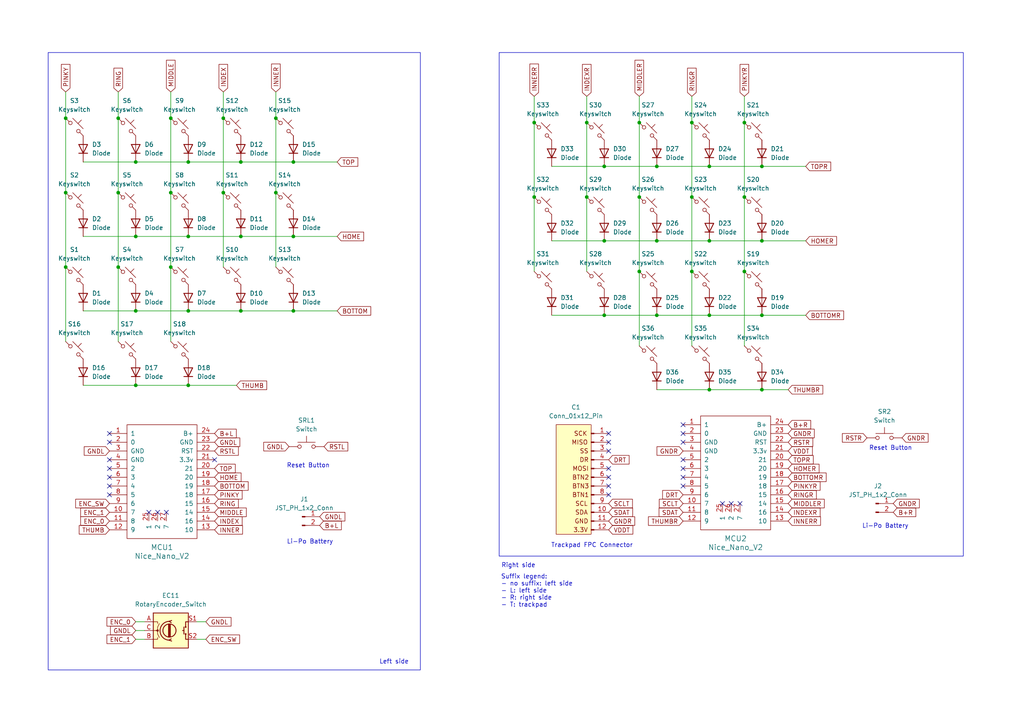
<source format=kicad_sch>
(kicad_sch (version 20250114) (generator "eeschema") (generator_version "9.0")
  (paper "A4")
  (lib_symbols
    (symbol "Connector:Conn_01x02_Pin" (pin_names (offset 1.016) (hide yes))
      (property "Reference" "J" (at 0 2.54 0))
      (property "Value" "Conn_01x02_Pin" (at 0 -5.08 0))
      (symbol "Conn_01x02_Pin_1_1"
        (pin passive line (at 5.08 0 180) (length 3.81) (name "Pin_1") (number "1"))
        (pin passive line (at 5.08 -2.54 180) (length 3.81) (name "Pin_2") (number "2"))
      )
    )
    (symbol "Device:RotaryEncoder_Switch" (pin_names (offset 0.254) (hide yes))
      (property "Reference" "SW" (at 0 6.604 0))
      (property "Value" "RotaryEncoder_Switch" (at 0 -6.604 0))
      (symbol "RotaryEncoder_Switch_1_1"
        (pin passive line (at -7.62 2.54 0) (length 2.54) (name "A") (number "A"))
        (pin passive line (at -7.62 0 0) (length 2.54) (name "C") (number "C"))
        (pin passive line (at -7.62 -2.54 0) (length 2.54) (name "B") (number "B"))
        (pin passive line (at 7.62 2.54 180) (length 2.54) (name "S1") (number "S1"))
        (pin passive line (at 7.62 -2.54 180) (length 2.54) (name "S2") (number "S2"))
      )
    )
    (symbol "ScottoKeebs:MCU_Nice_Nano_V2" (pin_names (offset 1.016))
      (property "Reference" "U" (at 0 0 0))
      (property "Value" "Nice_Nano_V2" (at 0 -19.05 0))
      (symbol "MCU_Nice_Nano_V2_1_1"
        (pin input line (at -15.24 13.97 0) (length 5.08) (name "1") (number "1"))
        (pin input line (at -15.24 11.43 0) (length 5.08) (name "0") (number "2"))
        (pin input line (at -15.24 8.89 0) (length 5.08) (name "GND") (number "3"))
        (pin input line (at -15.24 6.35 0) (length 5.08) (name "GND") (number "4"))
        (pin input line (at -15.24 3.81 0) (length 5.08) (name "2") (number "5"))
        (pin input line (at -15.24 1.27 0) (length 5.08) (name "3") (number "6"))
        (pin input line (at -15.24 -1.27 0) (length 5.08) (name "4") (number "7"))
        (pin input line (at -15.24 -3.81 0) (length 5.08) (name "5") (number "8"))
        (pin input line (at -15.24 -6.35 0) (length 5.08) (name "6") (number "9"))
        (pin input line (at -15.24 -8.89 0) (length 5.08) (name "7") (number "10"))
        (pin input line (at -15.24 -11.43 0) (length 5.08) (name "8") (number "11"))
        (pin input line (at -15.24 -13.97 0) (length 5.08) (name "9") (number "12"))
        (pin input line (at -3.81 -8.89 270) (length 2.5) (name "1") (number "25"))
        (pin input line (at -1.27 -8.89 270) (length 2.5) (name "2") (number "26"))
        (pin input line (at 1.27 -8.89 270) (length 2.5) (name "7") (number "27"))
        (pin input line (at 15.24 13.97 180) (length 5.08) (name "B+") (number "24"))
        (pin input line (at 15.24 11.43 180) (length 5.08) (name "GND") (number "23"))
        (pin input line (at 15.24 8.89 180) (length 5.08) (name "RST") (number "22"))
        (pin input line (at 15.24 6.35 180) (length 5.08) (name "3.3v") (number "21"))
        (pin input line (at 15.24 3.81 180) (length 5.08) (name "21") (number "20"))
        (pin input line (at 15.24 1.27 180) (length 5.08) (name "20") (number "19"))
        (pin input line (at 15.24 -1.27 180) (length 5.08) (name "19") (number "18"))
        (pin input line (at 15.24 -3.81 180) (length 5.08) (name "18") (number "17"))
        (pin input line (at 15.24 -6.35 180) (length 5.08) (name "15") (number "16"))
        (pin input line (at 15.24 -8.89 180) (length 5.08) (name "14") (number "15"))
        (pin input line (at 15.24 -11.43 180) (length 5.08) (name "16") (number "14"))
        (pin input line (at 15.24 -13.97 180) (length 5.08) (name "10") (number "13"))
      )
    )
    (symbol "ScottoKeebs:Placeholder_Diode" (pin_numbers (hide yes)) (pin_names (hide yes))
      (property "Reference" "D" (at 0 2.54 0))
      (property "Value" "Diode" (at 0 -2.54 0))
      (symbol "Placeholder_Diode_1_1"
        (pin passive line (at -3.81 0 0) (length 2.54) (name "K") (number "1"))
        (pin passive line (at 3.81 0 180) (length 2.54) (name "A") (number "2"))
      )
    )
    (symbol "ScottoKeebs:Placeholder_Keyswitch" (pin_numbers (hide yes)) (pin_names (offset 1.016) (hide yes))
      (property "Reference" "S" (at 3.048 1.016 0))
      (property "Value" "Keyswitch" (at 0 -3.81 0))
      (symbol "Placeholder_Keyswitch_0_1"
        (pin passive line (at -2.54 2.54 0) (length 0) (name "1") (number "1"))
        (pin passive line (at 2.54 -2.54 180) (length 0) (name "2") (number "2"))
      )
    )
    (symbol "ScottoKeebs:Placeholder_Switch" (pin_numbers (hide yes)) (pin_names (offset 1.016) (hide yes))
      (property "Reference" "SW" (at 1.27 2.54 0))
      (property "Value" "Switch" (at 0 -1.524 0))
      (symbol "Placeholder_Switch_0_1"
        (pin passive line (at -5.08 0 0) (length 2.54) (name "1") (number "1"))
        (pin passive line (at 5.08 0 180) (length 2.54) (name "2") (number "2"))
      )
    )
    (symbol "custom:Conn_01x12_Pin_1" (pin_names (offset 1.016) (hide yes))
      (property "Reference" "C1" (at -4.4069 20.32 0))
      (property "Value" "Conn_01x12_Pin" (at -4.4069 17.78 0))
      (symbol "Conn_01x12_Pin_1_1_1"
        (text "MISO\n" (at -3.302 10.16 0) (effects (font (size 1.27 1.27))))
        (text "SCK\n" (at -3.048 12.7 0) (effects (font (size 1.27 1.27))))
        (text "MOSI" (at -3.048 2.54 0) (effects (font (size 1.27 1.27))))
        (text "BTN2" (at -3.048 0 0) (effects (font (size 1.27 1.27))))
        (text "BTN3\n" (at -3.048 -2.54 0) (effects (font (size 1.27 1.27))))
        (text "BTN1\n" (at -3.048 -5.08 0) (effects (font (size 1.27 1.27))))
        (text "3.3V" (at -3.048 -15.24 0) (effects (font (size 1.27 1.27))))
        (text "SCL\n" (at -2.794 -7.62 0) (effects (font (size 1.27 1.27))))
        (text "SDA" (at -2.794 -10.16 0) (effects (font (size 1.27 1.27))))
        (text "GND\n" (at -2.794 -12.7 0) (effects (font (size 1.27 1.27))))
        (text "SS" (at -2.032 7.62 0) (effects (font (size 1.27 1.27))))
        (text "DR\n" (at -2.032 5.08 0) (effects (font (size 1.27 1.27))))
        (pin passive line (at 5.08 12.7 180) (length 3.81) (name "Pin_1") (number "1"))
        (pin passive line (at 5.08 10.16 180) (length 3.81) (name "Pin_2") (number "2"))
        (pin passive line (at 5.08 7.62 180) (length 3.81) (name "Pin_3") (number "3"))
        (pin passive line (at 5.08 5.08 180) (length 3.81) (name "Pin_4") (number "4"))
        (pin passive line (at 5.08 2.54 180) (length 3.81) (name "Pin_5") (number "5"))
        (pin passive line (at 5.08 0 180) (length 3.81) (name "Pin_6") (number "6"))
        (pin passive line (at 5.08 -2.54 180) (length 3.81) (name "Pin_7") (number "7"))
        (pin passive line (at 5.08 -5.08 180) (length 3.81) (name "Pin_8") (number "8"))
        (pin passive line (at 5.08 -7.62 180) (length 3.81) (name "Pin_9") (number "9"))
        (pin passive line (at 5.08 -10.16 180) (length 3.81) (name "Pin_10") (number "10"))
        (pin passive line (at 5.08 -12.7 180) (length 3.81) (name "Pin_11") (number "11"))
        (pin passive line (at 5.08 -15.24 180) (length 3.81) (name "Pin_12") (number "12"))
      )
    )
  )
  (rectangle (start 144.78 15.24) (end 279.4 161.29))
  (rectangle (start 13.97 15.24) (end 121.92 194.31))
  (text "Right side\n" (at 150.368 164.084 0) (effects (font (size 1.27 1.27))))
  (text "Reset Button\n" (at 258.318 130.048 0) (effects (font (size 1.27 1.27))))
  (text "Li-Po Battery\n" (at 256.794 152.654 0) (effects (font (size 1.27 1.27))))
  (text "Left side" (at 114.3 192.024 0) (effects (font (size 1.27 1.27))))
  (text "Reset Button\n" (at 89.408 135.128 0) (effects (font (size 1.27 1.27))))
  (text "Trackpad FPC Connector\n" (at 171.704 158.242 0) (effects (font (size 1.27 1.27))))
  (text "Suffix legend:\n- no suffix: left side\n- L: left side\n- R: right side\n- T: trackpad\n" (at 145.288 171.45 0) (effects (font (size 1.27 1.27)) (justify left)))
  (text "Li-Po Battery\n" (at 89.916 157.226 0) (effects (font (size 1.27 1.27))))
  (junction (at 175.26 91.44))
  (junction (at 170.18 57.15))
  (junction (at 154.94 35.56))
  (junction (at 54.61 46.99))
  (junction (at 34.29 34.29))
  (junction (at 154.94 57.15))
  (junction (at 54.61 111.76))
  (junction (at 69.85 46.99))
  (junction (at 85.09 46.99))
  (junction (at 49.53 34.29))
  (junction (at 220.98 69.85))
  (junction (at 185.42 78.74))
  (junction (at 205.74 91.44))
  (junction (at 39.37 90.17))
  (junction (at 19.05 77.47))
  (junction (at 190.5 48.26))
  (junction (at 170.18 35.56))
  (junction (at 190.5 69.85))
  (junction (at 185.42 35.56))
  (junction (at 185.42 57.15))
  (junction (at 19.05 34.29))
  (junction (at 64.77 34.29))
  (junction (at 205.74 69.85))
  (junction (at 85.09 68.58))
  (junction (at 39.37 111.76))
  (junction (at 80.01 55.88))
  (junction (at 39.37 46.99))
  (junction (at 49.53 77.47))
  (junction (at 200.66 57.15))
  (junction (at 69.85 68.58))
  (junction (at 220.98 48.26))
  (junction (at 215.9 57.15))
  (junction (at 19.05 55.88))
  (junction (at 175.26 69.85))
  (junction (at 85.09 90.17))
  (junction (at 190.5 91.44))
  (junction (at 34.29 77.47))
  (junction (at 175.26 48.26))
  (junction (at 64.77 55.88))
  (junction (at 215.9 78.74))
  (junction (at 69.85 90.17))
  (junction (at 200.66 35.56))
  (junction (at 39.37 68.58))
  (junction (at 215.9 35.56))
  (junction (at 205.74 113.03))
  (junction (at 54.61 90.17))
  (junction (at 80.01 34.29))
  (junction (at 200.66 78.74))
  (junction (at 205.74 48.26))
  (junction (at 34.29 55.88))
  (junction (at 49.53 55.88))
  (junction (at 220.98 113.03))
  (junction (at 54.61 68.58))
  (junction (at 220.98 91.44))
  (no_connect (at 176.53 130.81))
  (no_connect (at 176.53 138.43))
  (no_connect (at 214.63 146.05))
  (no_connect (at 31.75 133.35))
  (no_connect (at 212.09 146.05))
  (no_connect (at 176.53 125.73))
  (no_connect (at 62.23 133.35))
  (no_connect (at 198.12 140.97))
  (no_connect (at 176.53 140.97))
  (no_connect (at 209.55 146.05))
  (no_connect (at 31.75 143.51))
  (no_connect (at 198.12 128.27))
  (no_connect (at 176.53 135.89))
  (no_connect (at 45.72 148.59))
  (no_connect (at 31.75 125.73))
  (no_connect (at 43.18 148.59))
  (no_connect (at 198.12 125.73))
  (no_connect (at 31.75 135.89))
  (no_connect (at 31.75 138.43))
  (no_connect (at 198.12 135.89))
  (no_connect (at 198.12 133.35))
  (no_connect (at 31.75 140.97))
  (no_connect (at 198.12 138.43))
  (no_connect (at 176.53 143.51))
  (no_connect (at 48.26 148.59))
  (no_connect (at 198.12 123.19))
  (no_connect (at 31.75 128.27))
  (no_connect (at 176.53 128.27))
  (wire (pts (xy 154.94 57.15) (xy 154.94 78.74)))
  (wire (pts (xy 54.61 46.99) (xy 69.85 46.99)))
  (wire (pts (xy 49.53 77.47) (xy 49.53 99.06)))
  (wire (pts (xy 185.42 57.15) (xy 185.42 78.74)))
  (wire (pts (xy 24.13 46.99) (xy 39.37 46.99)))
  (wire (pts (xy 170.18 27.94) (xy 170.18 35.56)))
  (wire (pts (xy 215.9 27.94) (xy 215.9 35.56)))
  (wire (pts (xy 80.01 26.67) (xy 80.01 34.29)))
  (wire (pts (xy 34.29 26.67) (xy 34.29 34.29)))
  (wire (pts (xy 39.37 185.42) (xy 41.91 185.42)))
  (wire (pts (xy 69.85 46.99) (xy 85.09 46.99)))
  (wire (pts (xy 24.13 111.76) (xy 39.37 111.76)))
  (wire (pts (xy 185.42 27.94) (xy 185.42 35.56)))
  (wire (pts (xy 24.13 68.58) (xy 39.37 68.58)))
  (wire (pts (xy 19.05 55.88) (xy 19.05 77.47)))
  (wire (pts (xy 154.94 35.56) (xy 154.94 57.15)))
  (wire (pts (xy 24.13 90.17) (xy 39.37 90.17)))
  (wire (pts (xy 54.61 90.17) (xy 69.85 90.17)))
  (wire (pts (xy 97.79 46.99) (xy 85.09 46.99)))
  (wire (pts (xy 205.74 48.26) (xy 220.98 48.26)))
  (wire (pts (xy 39.37 68.58) (xy 54.61 68.58)))
  (wire (pts (xy 220.98 69.85) (xy 233.68 69.85)))
  (wire (pts (xy 68.58 111.76) (xy 54.61 111.76)))
  (wire (pts (xy 190.5 113.03) (xy 205.74 113.03)))
  (wire (pts (xy 220.98 91.44) (xy 233.68 91.44)))
  (wire (pts (xy 185.42 35.56) (xy 185.42 57.15)))
  (wire (pts (xy 54.61 68.58) (xy 69.85 68.58)))
  (wire (pts (xy 49.53 34.29) (xy 49.53 55.88)))
  (wire (pts (xy 19.05 26.67) (xy 19.05 34.29)))
  (wire (pts (xy 97.79 68.58) (xy 85.09 68.58)))
  (wire (pts (xy 80.01 55.88) (xy 80.01 77.47)))
  (wire (pts (xy 34.29 77.47) (xy 34.29 99.06)))
  (wire (pts (xy 205.74 113.03) (xy 220.98 113.03)))
  (wire (pts (xy 215.9 35.56) (xy 215.9 57.15)))
  (wire (pts (xy 190.5 48.26) (xy 205.74 48.26)))
  (wire (pts (xy 220.98 113.03) (xy 228.6 113.03)))
  (wire (pts (xy 160.02 69.85) (xy 175.26 69.85)))
  (wire (pts (xy 154.94 27.94) (xy 154.94 35.56)))
  (wire (pts (xy 64.77 26.67) (xy 64.77 34.29)))
  (wire (pts (xy 59.69 185.42) (xy 57.15 185.42)))
  (wire (pts (xy 185.42 78.74) (xy 185.42 100.33)))
  (wire (pts (xy 175.26 69.85) (xy 190.5 69.85)))
  (wire (pts (xy 190.5 91.44) (xy 205.74 91.44)))
  (wire (pts (xy 69.85 90.17) (xy 85.09 90.17)))
  (wire (pts (xy 175.26 48.26) (xy 190.5 48.26)))
  (wire (pts (xy 64.77 55.88) (xy 64.77 77.47)))
  (wire (pts (xy 69.85 68.58) (xy 85.09 68.58)))
  (wire (pts (xy 34.29 55.88) (xy 34.29 77.47)))
  (wire (pts (xy 170.18 57.15) (xy 170.18 78.74)))
  (wire (pts (xy 39.37 182.88) (xy 41.91 182.88)))
  (wire (pts (xy 200.66 35.56) (xy 200.66 57.15)))
  (wire (pts (xy 200.66 78.74) (xy 200.66 100.33)))
  (wire (pts (xy 39.37 90.17) (xy 54.61 90.17)))
  (wire (pts (xy 85.09 90.17) (xy 97.79 90.17)))
  (wire (pts (xy 19.05 34.29) (xy 19.05 55.88)))
  (wire (pts (xy 49.53 55.88) (xy 49.53 77.47)))
  (wire (pts (xy 80.01 34.29) (xy 80.01 55.88)))
  (wire (pts (xy 39.37 46.99) (xy 54.61 46.99)))
  (wire (pts (xy 39.37 180.34) (xy 41.91 180.34)))
  (wire (pts (xy 170.18 35.56) (xy 170.18 57.15)))
  (wire (pts (xy 39.37 111.76) (xy 54.61 111.76)))
  (wire (pts (xy 160.02 48.26) (xy 175.26 48.26)))
  (wire (pts (xy 59.69 180.34) (xy 57.15 180.34)))
  (wire (pts (xy 205.74 69.85) (xy 220.98 69.85)))
  (wire (pts (xy 190.5 69.85) (xy 205.74 69.85)))
  (wire (pts (xy 175.26 91.44) (xy 190.5 91.44)))
  (wire (pts (xy 49.53 26.67) (xy 49.53 34.29)))
  (wire (pts (xy 34.29 34.29) (xy 34.29 55.88)))
  (wire (pts (xy 200.66 57.15) (xy 200.66 78.74)))
  (wire (pts (xy 220.98 48.26) (xy 233.68 48.26)))
  (wire (pts (xy 160.02 91.44) (xy 175.26 91.44)))
  (wire (pts (xy 200.66 27.94) (xy 200.66 35.56)))
  (wire (pts (xy 215.9 78.74) (xy 215.9 100.33)))
  (wire (pts (xy 205.74 91.44) (xy 220.98 91.44)))
  (wire (pts (xy 19.05 77.47) (xy 19.05 99.06)))
  (wire (pts (xy 64.77 34.29) (xy 64.77 55.88)))
  (wire (pts (xy 215.9 57.15) (xy 215.9 78.74)))
  (global_label "INNERR" (shape input) (at 154.94 27.94 90) (property "Intersheetrefs" "${INTERSHEET_REFS}" (effects (hide yes))))
  (global_label "SDAT" (shape input) (at 176.53 148.59 0) (property "Intersheetrefs" "${INTERSHEET_REFS}" (effects (hide yes))))
  (global_label "GNDL" (shape input) (at 83.82 129.54 180) (property "Intersheetrefs" "${INTERSHEET_REFS}" (effects (hide yes))))
  (global_label "SCLT" (shape input) (at 176.53 146.05 0) (property "Intersheetrefs" "${INTERSHEET_REFS}" (effects (hide yes))))
  (global_label "MIDDLE" (shape input) (at 62.23 148.59 0) (property "Intersheetrefs" "${INTERSHEET_REFS}" (effects (hide yes))))
  (global_label "GNDL" (shape input) (at 39.37 182.88 180) (property "Intersheetrefs" "${INTERSHEET_REFS}" (effects (hide yes))))
  (global_label "ENC_0" (shape input) (at 39.37 180.34 180) (property "Intersheetrefs" "${INTERSHEET_REFS}" (effects (hide yes))))
  (global_label "VDDT" (shape input) (at 176.53 153.67 0) (property "Intersheetrefs" "${INTERSHEET_REFS}" (effects (hide yes))))
  (global_label "GNDL" (shape input) (at 62.23 128.27 0) (property "Intersheetrefs" "${INTERSHEET_REFS}" (effects (hide yes))))
  (global_label "TOP" (shape input) (at 62.23 135.89 0) (property "Intersheetrefs" "${INTERSHEET_REFS}" (effects (hide yes))))
  (global_label "INNER" (shape input) (at 80.01 26.67 90) (property "Intersheetrefs" "${INTERSHEET_REFS}" (effects (hide yes))))
  (global_label "PINKY" (shape input) (at 19.05 26.67 90) (property "Intersheetrefs" "${INTERSHEET_REFS}" (effects (hide yes))))
  (global_label "GNDL" (shape input) (at 31.75 130.81 180) (property "Intersheetrefs" "${INTERSHEET_REFS}" (effects (hide yes))))
  (global_label "TOPR" (shape input) (at 233.68 48.26 0) (property "Intersheetrefs" "${INTERSHEET_REFS}" (effects (hide yes))))
  (global_label "INDEXR" (shape input) (at 170.18 27.94 90) (property "Intersheetrefs" "${INTERSHEET_REFS}" (effects (hide yes))))
  (global_label "HOME" (shape input) (at 97.79 68.58 0) (property "Intersheetrefs" "${INTERSHEET_REFS}" (effects (hide yes))))
  (global_label "RING" (shape input) (at 34.29 26.67 90) (property "Intersheetrefs" "${INTERSHEET_REFS}" (effects (hide yes))))
  (global_label "HOME" (shape input) (at 62.23 138.43 0) (property "Intersheetrefs" "${INTERSHEET_REFS}" (effects (hide yes))))
  (global_label "RSTL" (shape input) (at 93.98 129.54 0) (property "Intersheetrefs" "${INTERSHEET_REFS}" (effects (hide yes))))
  (global_label "RSTR" (shape input) (at 228.6 128.27 0) (property "Intersheetrefs" "${INTERSHEET_REFS}" (effects (hide yes))))
  (global_label "SCLT" (shape input) (at 198.12 146.05 180) (property "Intersheetrefs" "${INTERSHEET_REFS}" (effects (hide yes))))
  (global_label "HOMER" (shape input) (at 228.6 135.89 0) (property "Intersheetrefs" "${INTERSHEET_REFS}" (effects (hide yes))))
  (global_label "ENC_SW" (shape input) (at 59.69 185.42 0) (property "Intersheetrefs" "${INTERSHEET_REFS}" (effects (hide yes))))
  (global_label "INNER" (shape input) (at 62.23 153.67 0) (property "Intersheetrefs" "${INTERSHEET_REFS}" (effects (hide yes))))
  (global_label "RSTR" (shape input) (at 251.46 127 180) (property "Intersheetrefs" "${INTERSHEET_REFS}" (effects (hide yes))))
  (global_label "B+R" (shape input) (at 259.08 148.59 0) (property "Intersheetrefs" "${INTERSHEET_REFS}" (effects (hide yes))))
  (global_label "ENC_0" (shape input) (at 31.75 151.13 180) (property "Intersheetrefs" "${INTERSHEET_REFS}" (effects (hide yes))))
  (global_label "GNDR" (shape input) (at 261.62 127 0) (property "Intersheetrefs" "${INTERSHEET_REFS}" (effects (hide yes))))
  (global_label "BOTTOMR" (shape input) (at 228.6 138.43 0) (property "Intersheetrefs" "${INTERSHEET_REFS}" (effects (hide yes))))
  (global_label "VDDT" (shape input) (at 228.6 130.81 0) (property "Intersheetrefs" "${INTERSHEET_REFS}" (effects (hide yes))))
  (global_label "PINKYR" (shape input) (at 228.6 140.97 0) (property "Intersheetrefs" "${INTERSHEET_REFS}" (effects (hide yes))))
  (global_label "BOTTOM" (shape input) (at 97.79 90.17 0) (property "Intersheetrefs" "${INTERSHEET_REFS}" (effects (hide yes))))
  (global_label "RINGR" (shape input) (at 228.6 143.51 0) (property "Intersheetrefs" "${INTERSHEET_REFS}" (effects (hide yes))))
  (global_label "TOPR" (shape input) (at 228.6 133.35 0) (property "Intersheetrefs" "${INTERSHEET_REFS}" (effects (hide yes))))
  (global_label "HOMER" (shape input) (at 233.68 69.85 0) (property "Intersheetrefs" "${INTERSHEET_REFS}" (effects (hide yes))))
  (global_label "DRT" (shape input) (at 198.12 143.51 180) (property "Intersheetrefs" "${INTERSHEET_REFS}" (effects (hide yes))))
  (global_label "PINKYR" (shape input) (at 215.9 27.94 90) (property "Intersheetrefs" "${INTERSHEET_REFS}" (effects (hide yes))))
  (global_label "B+R" (shape input) (at 228.6 123.19 0) (property "Intersheetrefs" "${INTERSHEET_REFS}" (effects (hide yes))))
  (global_label "THUMBR" (shape input) (at 198.12 151.13 180) (property "Intersheetrefs" "${INTERSHEET_REFS}" (effects (hide yes))))
  (global_label "GNDR" (shape input) (at 228.6 125.73 0) (property "Intersheetrefs" "${INTERSHEET_REFS}" (effects (hide yes))))
  (global_label "THUMB" (shape input) (at 68.58 111.76 0) (property "Intersheetrefs" "${INTERSHEET_REFS}" (effects (hide yes))))
  (global_label "BOTTOM" (shape input) (at 62.23 140.97 0) (property "Intersheetrefs" "${INTERSHEET_REFS}" (effects (hide yes))))
  (global_label "B+L" (shape input) (at 92.71 152.4 0) (property "Intersheetrefs" "${INTERSHEET_REFS}" (effects (hide yes))))
  (global_label "INDEXR" (shape input) (at 228.6 148.59 0) (property "Intersheetrefs" "${INTERSHEET_REFS}" (effects (hide yes))))
  (global_label "INDEX" (shape input) (at 62.23 151.13 0) (property "Intersheetrefs" "${INTERSHEET_REFS}" (effects (hide yes))))
  (global_label "ENC_1" (shape input) (at 31.75 148.59 180) (property "Intersheetrefs" "${INTERSHEET_REFS}" (effects (hide yes))))
  (global_label "PINKY" (shape input) (at 62.23 143.51 0) (property "Intersheetrefs" "${INTERSHEET_REFS}" (effects (hide yes))))
  (global_label "GNDL" (shape input) (at 59.69 180.34 0) (property "Intersheetrefs" "${INTERSHEET_REFS}" (effects (hide yes))))
  (global_label "SDAT" (shape input) (at 198.12 148.59 180) (property "Intersheetrefs" "${INTERSHEET_REFS}" (effects (hide yes))))
  (global_label "TOP" (shape input) (at 97.79 46.99 0) (property "Intersheetrefs" "${INTERSHEET_REFS}" (effects (hide yes))))
  (global_label "INDEX" (shape input) (at 64.77 26.67 90) (property "Intersheetrefs" "${INTERSHEET_REFS}" (effects (hide yes))))
  (global_label "MIDDLER" (shape input) (at 228.6 146.05 0) (property "Intersheetrefs" "${INTERSHEET_REFS}" (effects (hide yes))))
  (global_label "GNDR" (shape input) (at 198.12 130.81 180) (property "Intersheetrefs" "${INTERSHEET_REFS}" (effects (hide yes))))
  (global_label "BOTTOMR" (shape input) (at 233.68 91.44 0) (property "Intersheetrefs" "${INTERSHEET_REFS}" (effects (hide yes))))
  (global_label "THUMBR" (shape input) (at 228.6 113.03 0) (property "Intersheetrefs" "${INTERSHEET_REFS}" (effects (hide yes))))
  (global_label "RSTL" (shape input) (at 62.23 130.81 0) (property "Intersheetrefs" "${INTERSHEET_REFS}" (effects (hide yes))))
  (global_label "THUMB" (shape input) (at 31.75 153.67 180) (property "Intersheetrefs" "${INTERSHEET_REFS}" (effects (hide yes))))
  (global_label "INNERR" (shape input) (at 228.6 151.13 0) (property "Intersheetrefs" "${INTERSHEET_REFS}" (effects (hide yes))))
  (global_label "RING" (shape input) (at 62.23 146.05 0) (property "Intersheetrefs" "${INTERSHEET_REFS}" (effects (hide yes))))
  (global_label "GNDR" (shape input) (at 176.53 151.13 0) (property "Intersheetrefs" "${INTERSHEET_REFS}" (effects (hide yes))))
  (global_label "MIDDLER" (shape input) (at 185.42 27.94 90) (property "Intersheetrefs" "${INTERSHEET_REFS}" (effects (hide yes))))
  (global_label "DRT" (shape input) (at 176.53 133.35 0) (property "Intersheetrefs" "${INTERSHEET_REFS}" (effects (hide yes))))
  (global_label "ENC_SW" (shape input) (at 31.75 146.05 180) (property "Intersheetrefs" "${INTERSHEET_REFS}" (effects (hide yes))))
  (global_label "MIDDLE" (shape input) (at 49.53 26.67 90) (property "Intersheetrefs" "${INTERSHEET_REFS}" (effects (hide yes))))
  (global_label "RINGR" (shape input) (at 200.66 27.94 90) (property "Intersheetrefs" "${INTERSHEET_REFS}" (effects (hide yes))))
  (global_label "B+L" (shape input) (at 62.23 125.73 0) (property "Intersheetrefs" "${INTERSHEET_REFS}" (effects (hide yes))))
  (global_label "GNDL" (shape input) (at 92.71 149.86 0) (property "Intersheetrefs" "${INTERSHEET_REFS}" (effects (hide yes))))
  (global_label "ENC_1" (shape input) (at 39.37 185.42 180) (property "Intersheetrefs" "${INTERSHEET_REFS}" (effects (hide yes))))
  (global_label "GNDR" (shape input) (at 259.08 146.05 0) (property "Intersheetrefs" "${INTERSHEET_REFS}" (effects (hide yes))))
  (symbol (lib_id "ScottoKeebs:Placeholder_Diode") (at 39.37 64.77 90) (unit 1)
    (property "Reference" "D5" (at 41.91 63.4999 90) (effects (justify right)))
    (property "Value" "Diode" (at 41.91 66.0399 90) (effects (justify right)))
    (property "Footprint" "ScottoKeebs_Components:Diode_SOD-123" (effects (hide yes)))
    (property "Description" "1N4148 (DO-35) or 1N4148W (SOD-123)" (effects (hide yes)))
    (property "Sim.Device" "D" (effects (hide yes)))
    (property "Sim.Pins" "1=K 2=A" (effects (hide yes)))
  )
  (symbol (lib_id "ScottoKeebs:Placeholder_Keyswitch") (at 187.96 59.69 0) (unit 1)
    (property "Reference" "S26" (at 187.96 52.07 0))
    (property "Value" "Keyswitch" (at 187.96 54.61 0))
    (property "Footprint" "ScottoKeebs_Choc:Choc_V1" (effects (hide yes)))
    (property "Description" "Push button switch, normally open, two pins, 45° tilted" (effects (hide yes)))
  )
  (symbol (lib_id "Device:RotaryEncoder_Switch") (at 49.53 182.88 0) (unit 1)
    (property "Reference" "EC11" (at 49.53 172.72 0))
    (property "Value" "RotaryEncoder_Switch" (at 49.53 175.26 0))
    (property "Footprint" "Rotary_Encoder:RotaryEncoder_Alps_EC11E-Switch_Vertical_H20mm" (effects (hide yes)))
    (property "Description" "Rotary encoder, dual channel, incremental quadrate outputs, with switch" (effects (hide yes)))
  )
  (symbol (lib_id "ScottoKeebs:Placeholder_Diode") (at 205.74 44.45 90) (unit 1)
    (property "Reference" "D24" (at 208.28 43.1799 90) (effects (justify right)))
    (property "Value" "Diode" (at 208.28 45.7199 90) (effects (justify right)))
    (property "Footprint" "ScottoKeebs_Components:Diode_SOD-123" (effects (hide yes)))
    (property "Description" "1N4148 (DO-35) or 1N4148W (SOD-123)" (effects (hide yes)))
    (property "Sim.Device" "D" (effects (hide yes)))
    (property "Sim.Pins" "1=K 2=A" (effects (hide yes)))
  )
  (symbol (lib_id "ScottoKeebs:Placeholder_Keyswitch") (at 67.31 80.01 0) (unit 1)
    (property "Reference" "S10" (at 67.31 72.39 0))
    (property "Value" "Keyswitch" (at 67.31 74.93 0))
    (property "Footprint" "ScottoKeebs_Choc:Choc_V1" (effects (hide yes)))
    (property "Description" "Push button switch, normally open, two pins, 45° tilted" (effects (hide yes)))
  )
  (symbol (lib_id "ScottoKeebs:Placeholder_Keyswitch") (at 203.2 81.28 0) (unit 1)
    (property "Reference" "S22" (at 203.2 73.66 0))
    (property "Value" "Keyswitch" (at 203.2 76.2 0))
    (property "Footprint" "ScottoKeebs_Choc:Choc_V1" (effects (hide yes)))
    (property "Description" "Push button switch, normally open, two pins, 45° tilted" (effects (hide yes)))
  )
  (symbol (lib_id "ScottoKeebs:Placeholder_Keyswitch") (at 21.59 80.01 0) (unit 1)
    (property "Reference" "S1" (at 21.59 72.39 0))
    (property "Value" "Keyswitch" (at 21.59 74.93 0))
    (property "Footprint" "ScottoKeebs_Choc:Choc_V1" (effects (hide yes)))
    (property "Description" "Push button switch, normally open, two pins, 45° tilted" (effects (hide yes)))
  )
  (symbol (lib_id "ScottoKeebs:Placeholder_Diode") (at 24.13 107.95 90) (unit 1)
    (property "Reference" "D16" (at 26.67 106.6799 90) (effects (justify right)))
    (property "Value" "Diode" (at 26.67 109.2199 90) (effects (justify right)))
    (property "Footprint" "ScottoKeebs_Components:Diode_SOD-123" (effects (hide yes)))
    (property "Description" "1N4148 (DO-35) or 1N4148W (SOD-123)" (effects (hide yes)))
    (property "Sim.Device" "D" (effects (hide yes)))
    (property "Sim.Pins" "1=K 2=A" (effects (hide yes)))
  )
  (symbol (lib_id "ScottoKeebs:Placeholder_Diode") (at 39.37 43.18 90) (unit 1)
    (property "Reference" "D6" (at 41.91 41.9099 90) (effects (justify right)))
    (property "Value" "Diode" (at 41.91 44.4499 90) (effects (justify right)))
    (property "Footprint" "ScottoKeebs_Components:Diode_SOD-123" (effects (hide yes)))
    (property "Description" "1N4148 (DO-35) or 1N4148W (SOD-123)" (effects (hide yes)))
    (property "Sim.Device" "D" (effects (hide yes)))
    (property "Sim.Pins" "1=K 2=A" (effects (hide yes)))
  )
  (symbol (lib_id "ScottoKeebs:Placeholder_Keyswitch") (at 187.96 38.1 0) (unit 1)
    (property "Reference" "S27" (at 187.96 30.48 0))
    (property "Value" "Keyswitch" (at 187.96 33.02 0))
    (property "Footprint" "ScottoKeebs_Choc:Choc_V1" (effects (hide yes)))
    (property "Description" "Push button switch, normally open, two pins, 45° tilted" (effects (hide yes)))
  )
  (symbol (lib_id "ScottoKeebs:Placeholder_Keyswitch") (at 52.07 36.83 0) (unit 1)
    (property "Reference" "S9" (at 52.07 29.21 0))
    (property "Value" "Keyswitch" (at 52.07 31.75 0))
    (property "Footprint" "ScottoKeebs_Choc:Choc_V1" (effects (hide yes)))
    (property "Description" "Push button switch, normally open, two pins, 45° tilted" (effects (hide yes)))
  )
  (symbol (lib_id "ScottoKeebs:MCU_Nice_Nano_V2") (at 46.99 139.7 0) (unit 1)
    (property "Reference" "MCU1" (at 46.99 158.75 0) (effects (font (size 1.524 1.524))))
    (property "Value" "Nice_Nano_V2" (at 46.99 161.29 0) (effects (font (size 1.524 1.524))))
    (property "Footprint" "ScottoKeebs_MCU:Nice_Nano_V2" (effects (hide yes)))
  )
  (symbol (lib_id "ScottoKeebs:Placeholder_Diode") (at 85.09 64.77 90) (unit 1)
    (property "Reference" "D14" (at 87.63 63.4999 90) (effects (justify right)))
    (property "Value" "Diode" (at 87.63 66.0399 90) (effects (justify right)))
    (property "Footprint" "ScottoKeebs_Components:Diode_SOD-123" (effects (hide yes)))
    (property "Description" "1N4148 (DO-35) or 1N4148W (SOD-123)" (effects (hide yes)))
    (property "Sim.Device" "D" (effects (hide yes)))
    (property "Sim.Pins" "1=K 2=A" (effects (hide yes)))
  )
  (symbol (lib_id "custom:Conn_01x12_Pin_1") (at 171.45 138.43 0) (unit 1)
    (property "Reference" "C1" (at 167.0431 118.11 0))
    (property "Value" "Conn_01x12_Pin" (at 167.0431 120.65 0))
    (property "Footprint" "Connector_FFC-FPC:Hirose_FH12-12S-0.5SH_1x12-1MP_P0.50mm_Horizontal" (effects (hide yes)))
    (property "Description" "FPC Connector 1x12 0.5SH" (effects (hide yes)))
  )
  (symbol (lib_id "ScottoKeebs:Placeholder_Diode") (at 69.85 64.77 90) (unit 1)
    (property "Reference" "D11" (at 72.39 63.4999 90) (effects (justify right)))
    (property "Value" "Diode" (at 72.39 66.0399 90) (effects (justify right)))
    (property "Footprint" "ScottoKeebs_Components:Diode_SOD-123" (effects (hide yes)))
    (property "Description" "1N4148 (DO-35) or 1N4148W (SOD-123)" (effects (hide yes)))
    (property "Sim.Device" "D" (effects (hide yes)))
    (property "Sim.Pins" "1=K 2=A" (effects (hide yes)))
  )
  (symbol (lib_id "ScottoKeebs:Placeholder_Diode") (at 85.09 43.18 90) (unit 1)
    (property "Reference" "D15" (at 87.63 41.9099 90) (effects (justify right)))
    (property "Value" "Diode" (at 87.63 44.4499 90) (effects (justify right)))
    (property "Footprint" "ScottoKeebs_Components:Diode_SOD-123" (effects (hide yes)))
    (property "Description" "1N4148 (DO-35) or 1N4148W (SOD-123)" (effects (hide yes)))
    (property "Sim.Device" "D" (effects (hide yes)))
    (property "Sim.Pins" "1=K 2=A" (effects (hide yes)))
  )
  (symbol (lib_id "ScottoKeebs:Placeholder_Diode") (at 54.61 107.95 90) (unit 1)
    (property "Reference" "D18" (at 57.15 106.6799 90) (effects (justify right)))
    (property "Value" "Diode" (at 57.15 109.2199 90) (effects (justify right)))
    (property "Footprint" "ScottoKeebs_Components:Diode_SOD-123" (effects (hide yes)))
    (property "Description" "1N4148 (DO-35) or 1N4148W (SOD-123)" (effects (hide yes)))
    (property "Sim.Device" "D" (effects (hide yes)))
    (property "Sim.Pins" "1=K 2=A" (effects (hide yes)))
  )
  (symbol (lib_id "ScottoKeebs:Placeholder_Keyswitch") (at 52.07 101.6 0) (unit 1)
    (property "Reference" "S18" (at 52.07 93.98 0))
    (property "Value" "Keyswitch" (at 52.07 96.52 0))
    (property "Footprint" "ScottoKeebs_Choc:Choc_V1" (effects (hide yes)))
    (property "Description" "Push button switch, normally open, two pins, 45° tilted" (effects (hide yes)))
  )
  (symbol (lib_id "ScottoKeebs:Placeholder_Keyswitch") (at 82.55 58.42 0) (unit 1)
    (property "Reference" "S14" (at 82.55 50.8 0))
    (property "Value" "Keyswitch" (at 82.55 53.34 0))
    (property "Footprint" "ScottoKeebs_Choc:Choc_V1" (effects (hide yes)))
    (property "Description" "Push button switch, normally open, two pins, 45° tilted" (effects (hide yes)))
  )
  (symbol (lib_id "ScottoKeebs:Placeholder_Diode") (at 85.09 86.36 90) (unit 1)
    (property "Reference" "D13" (at 87.63 85.0899 90) (effects (justify right)))
    (property "Value" "Diode" (at 87.63 87.6299 90) (effects (justify right)))
    (property "Footprint" "ScottoKeebs_Components:Diode_SOD-123" (effects (hide yes)))
    (property "Description" "1N4148 (DO-35) or 1N4148W (SOD-123)" (effects (hide yes)))
    (property "Sim.Device" "D" (effects (hide yes)))
    (property "Sim.Pins" "1=K 2=A" (effects (hide yes)))
  )
  (symbol (lib_id "ScottoKeebs:Placeholder_Diode") (at 24.13 86.36 90) (unit 1)
    (property "Reference" "D1" (at 26.67 85.0899 90) (effects (justify right)))
    (property "Value" "Diode" (at 26.67 87.6299 90) (effects (justify right)))
    (property "Footprint" "ScottoKeebs_Components:Diode_SOD-123" (effects (hide yes)))
    (property "Description" "1N4148 (DO-35) or 1N4148W (SOD-123)" (effects (hide yes)))
    (property "Sim.Device" "D" (effects (hide yes)))
    (property "Sim.Pins" "1=K 2=A" (effects (hide yes)))
  )
  (symbol (lib_id "ScottoKeebs:Placeholder_Diode") (at 175.26 87.63 90) (unit 1)
    (property "Reference" "D28" (at 177.8 86.3599 90) (effects (justify right)))
    (property "Value" "Diode" (at 177.8 88.8999 90) (effects (justify right)))
    (property "Footprint" "ScottoKeebs_Components:Diode_SOD-123" (effects (hide yes)))
    (property "Description" "1N4148 (DO-35) or 1N4148W (SOD-123)" (effects (hide yes)))
    (property "Sim.Device" "D" (effects (hide yes)))
    (property "Sim.Pins" "1=K 2=A" (effects (hide yes)))
  )
  (symbol (lib_id "ScottoKeebs:Placeholder_Keyswitch") (at 203.2 59.69 0) (unit 1)
    (property "Reference" "S23" (at 203.2 52.07 0))
    (property "Value" "Keyswitch" (at 203.2 54.61 0))
    (property "Footprint" "ScottoKeebs_Choc:Choc_V1" (effects (hide yes)))
    (property "Description" "Push button switch, normally open, two pins, 45° tilted" (effects (hide yes)))
  )
  (symbol (lib_id "ScottoKeebs:Placeholder_Keyswitch") (at 36.83 36.83 0) (unit 1)
    (property "Reference" "S6" (at 36.83 29.21 0))
    (property "Value" "Keyswitch" (at 36.83 31.75 0))
    (property "Footprint" "ScottoKeebs_Choc:Choc_V1" (effects (hide yes)))
    (property "Description" "Push button switch, normally open, two pins, 45° tilted" (effects (hide yes)))
  )
  (symbol (lib_id "ScottoKeebs:Placeholder_Keyswitch") (at 203.2 102.87 0) (unit 1)
    (property "Reference" "S35" (at 203.2 95.25 0))
    (property "Value" "Keyswitch" (at 203.2 97.79 0))
    (property "Footprint" "ScottoKeebs_Choc:Choc_V1" (effects (hide yes)))
    (property "Description" "Push button switch, normally open, two pins, 45° tilted" (effects (hide yes)))
  )
  (symbol (lib_id "ScottoKeebs:Placeholder_Diode") (at 69.85 86.36 90) (unit 1)
    (property "Reference" "D10" (at 72.39 85.0899 90) (effects (justify right)))
    (property "Value" "Diode" (at 72.39 87.6299 90) (effects (justify right)))
    (property "Footprint" "ScottoKeebs_Components:Diode_SOD-123" (effects (hide yes)))
    (property "Description" "1N4148 (DO-35) or 1N4148W (SOD-123)" (effects (hide yes)))
    (property "Sim.Device" "D" (effects (hide yes)))
    (property "Sim.Pins" "1=K 2=A" (effects (hide yes)))
  )
  (symbol (lib_id "ScottoKeebs:Placeholder_Keyswitch") (at 21.59 58.42 0) (unit 1)
    (property "Reference" "S2" (at 21.59 50.8 0))
    (property "Value" "Keyswitch" (at 21.59 53.34 0))
    (property "Footprint" "ScottoKeebs_Choc:Choc_V1" (effects (hide yes)))
    (property "Description" "Push button switch, normally open, two pins, 45° tilted" (effects (hide yes)))
  )
  (symbol (lib_id "ScottoKeebs:Placeholder_Switch") (at 256.54 127 0) (unit 1)
    (property "Reference" "SR2" (at 256.54 119.38 0))
    (property "Value" "Switch" (at 256.54 121.92 0))
    (property "Footprint" "Button_Switch_SMD:SW_SPST_CK_KMS2xxG" (effects (hide yes)))
    (property "Description" "Push button switch, generic, two pins" (effects (hide yes)))
  )
  (symbol (lib_id "ScottoKeebs:Placeholder_Keyswitch") (at 21.59 36.83 0) (unit 1)
    (property "Reference" "S3" (at 21.59 29.21 0))
    (property "Value" "Keyswitch" (at 21.59 31.75 0))
    (property "Footprint" "ScottoKeebs_Choc:Choc_V1" (effects (hide yes)))
    (property "Description" "Push button switch, normally open, two pins, 45° tilted" (effects (hide yes)))
  )
  (symbol (lib_id "ScottoKeebs:Placeholder_Diode") (at 160.02 44.45 90) (unit 1)
    (property "Reference" "D33" (at 162.56 43.1799 90) (effects (justify right)))
    (property "Value" "Diode" (at 162.56 45.7199 90) (effects (justify right)))
    (property "Footprint" "ScottoKeebs_Components:Diode_SOD-123" (effects (hide yes)))
    (property "Description" "1N4148 (DO-35) or 1N4148W (SOD-123)" (effects (hide yes)))
    (property "Sim.Device" "D" (effects (hide yes)))
    (property "Sim.Pins" "1=K 2=A" (effects (hide yes)))
  )
  (symbol (lib_id "ScottoKeebs:Placeholder_Diode") (at 205.74 109.22 90) (unit 1)
    (property "Reference" "D35" (at 208.28 107.9499 90) (effects (justify right)))
    (property "Value" "Diode" (at 208.28 110.4899 90) (effects (justify right)))
    (property "Footprint" "ScottoKeebs_Components:Diode_SOD-123" (effects (hide yes)))
    (property "Description" "1N4148 (DO-35) or 1N4148W (SOD-123)" (effects (hide yes)))
    (property "Sim.Device" "D" (effects (hide yes)))
    (property "Sim.Pins" "1=K 2=A" (effects (hide yes)))
  )
  (symbol (lib_id "ScottoKeebs:Placeholder_Diode") (at 190.5 87.63 90) (unit 1)
    (property "Reference" "D25" (at 193.04 86.3599 90) (effects (justify right)))
    (property "Value" "Diode" (at 193.04 88.8999 90) (effects (justify right)))
    (property "Footprint" "ScottoKeebs_Components:Diode_SOD-123" (effects (hide yes)))
    (property "Description" "1N4148 (DO-35) or 1N4148W (SOD-123)" (effects (hide yes)))
    (property "Sim.Device" "D" (effects (hide yes)))
    (property "Sim.Pins" "1=K 2=A" (effects (hide yes)))
  )
  (symbol (lib_id "ScottoKeebs:Placeholder_Diode") (at 205.74 66.04 90) (unit 1)
    (property "Reference" "D23" (at 208.28 64.7699 90) (effects (justify right)))
    (property "Value" "Diode" (at 208.28 67.3099 90) (effects (justify right)))
    (property "Footprint" "ScottoKeebs_Components:Diode_SOD-123" (effects (hide yes)))
    (property "Description" "1N4148 (DO-35) or 1N4148W (SOD-123)" (effects (hide yes)))
    (property "Sim.Device" "D" (effects (hide yes)))
    (property "Sim.Pins" "1=K 2=A" (effects (hide yes)))
  )
  (symbol (lib_id "ScottoKeebs:Placeholder_Switch") (at 88.9 129.54 0) (unit 1)
    (property "Reference" "SRL1" (at 88.9 121.92 0))
    (property "Value" "Switch" (at 88.9 124.46 0))
    (property "Footprint" "Button_Switch_SMD:SW_SPST_CK_KMS2xxG" (effects (hide yes)))
    (property "Description" "Push button switch, generic, two pins" (effects (hide yes)))
  )
  (symbol (lib_id "ScottoKeebs:Placeholder_Diode") (at 24.13 43.18 90) (unit 1)
    (property "Reference" "D3" (at 26.67 41.9099 90) (effects (justify right)))
    (property "Value" "Diode" (at 26.67 44.4499 90) (effects (justify right)))
    (property "Footprint" "ScottoKeebs_Components:Diode_SOD-123" (effects (hide yes)))
    (property "Description" "1N4148 (DO-35) or 1N4148W (SOD-123)" (effects (hide yes)))
    (property "Sim.Device" "D" (effects (hide yes)))
    (property "Sim.Pins" "1=K 2=A" (effects (hide yes)))
  )
  (symbol (lib_id "ScottoKeebs:Placeholder_Keyswitch") (at 157.48 38.1 0) (unit 1)
    (property "Reference" "S33" (at 157.48 30.48 0))
    (property "Value" "Keyswitch" (at 157.48 33.02 0))
    (property "Footprint" "ScottoKeebs_Choc:Choc_V1" (effects (hide yes)))
    (property "Description" "Push button switch, normally open, two pins, 45° tilted" (effects (hide yes)))
  )
  (symbol (lib_id "ScottoKeebs:Placeholder_Diode") (at 220.98 44.45 90) (unit 1)
    (property "Reference" "D21" (at 223.52 43.1799 90) (effects (justify right)))
    (property "Value" "Diode" (at 223.52 45.7199 90) (effects (justify right)))
    (property "Footprint" "ScottoKeebs_Components:Diode_SOD-123" (effects (hide yes)))
    (property "Description" "1N4148 (DO-35) or 1N4148W (SOD-123)" (effects (hide yes)))
    (property "Sim.Device" "D" (effects (hide yes)))
    (property "Sim.Pins" "1=K 2=A" (effects (hide yes)))
  )
  (symbol (lib_id "ScottoKeebs:Placeholder_Keyswitch") (at 36.83 58.42 0) (unit 1)
    (property "Reference" "S5" (at 36.83 50.8 0))
    (property "Value" "Keyswitch" (at 36.83 53.34 0))
    (property "Footprint" "ScottoKeebs_Choc:Choc_V1" (effects (hide yes)))
    (property "Description" "Push button switch, normally open, two pins, 45° tilted" (effects (hide yes)))
  )
  (symbol (lib_id "ScottoKeebs:Placeholder_Diode") (at 54.61 86.36 90) (unit 1)
    (property "Reference" "D7" (at 57.15 85.0899 90) (effects (justify right)))
    (property "Value" "Diode" (at 57.15 87.6299 90) (effects (justify right)))
    (property "Footprint" "ScottoKeebs_Components:Diode_SOD-123" (effects (hide yes)))
    (property "Description" "1N4148 (DO-35) or 1N4148W (SOD-123)" (effects (hide yes)))
    (property "Sim.Device" "D" (effects (hide yes)))
    (property "Sim.Pins" "1=K 2=A" (effects (hide yes)))
  )
  (symbol (lib_id "ScottoKeebs:Placeholder_Keyswitch") (at 157.48 59.69 0) (unit 1)
    (property "Reference" "S32" (at 157.48 52.07 0))
    (property "Value" "Keyswitch" (at 157.48 54.61 0))
    (property "Footprint" "ScottoKeebs_Choc:Choc_V1" (effects (hide yes)))
    (property "Description" "Push button switch, normally open, two pins, 45° tilted" (effects (hide yes)))
  )
  (symbol (lib_id "ScottoKeebs:Placeholder_Keyswitch") (at 218.44 59.69 0) (unit 1)
    (property "Reference" "S20" (at 218.44 52.07 0))
    (property "Value" "Keyswitch" (at 218.44 54.61 0))
    (property "Footprint" "ScottoKeebs_Choc:Choc_V1" (effects (hide yes)))
    (property "Description" "Push button switch, normally open, two pins, 45° tilted" (effects (hide yes)))
  )
  (symbol (lib_id "ScottoKeebs:Placeholder_Keyswitch") (at 203.2 38.1 0) (unit 1)
    (property "Reference" "S24" (at 203.2 30.48 0))
    (property "Value" "Keyswitch" (at 203.2 33.02 0))
    (property "Footprint" "ScottoKeebs_Choc:Choc_V1" (effects (hide yes)))
    (property "Description" "Push button switch, normally open, two pins, 45° tilted" (effects (hide yes)))
  )
  (symbol (lib_id "ScottoKeebs:Placeholder_Keyswitch") (at 36.83 101.6 0) (unit 1)
    (property "Reference" "S17" (at 36.83 93.98 0))
    (property "Value" "Keyswitch" (at 36.83 96.52 0))
    (property "Footprint" "ScottoKeebs_Choc:Choc_V1" (effects (hide yes)))
    (property "Description" "Push button switch, normally open, two pins, 45° tilted" (effects (hide yes)))
  )
  (symbol (lib_id "ScottoKeebs:Placeholder_Diode") (at 175.26 66.04 90) (unit 1)
    (property "Reference" "D29" (at 177.8 64.7699 90) (effects (justify right)))
    (property "Value" "Diode" (at 177.8 67.3099 90) (effects (justify right)))
    (property "Footprint" "ScottoKeebs_Components:Diode_SOD-123" (effects (hide yes)))
    (property "Description" "1N4148 (DO-35) or 1N4148W (SOD-123)" (effects (hide yes)))
    (property "Sim.Device" "D" (effects (hide yes)))
    (property "Sim.Pins" "1=K 2=A" (effects (hide yes)))
  )
  (symbol (lib_id "ScottoKeebs:Placeholder_Keyswitch") (at 21.59 101.6 0) (unit 1)
    (property "Reference" "S16" (at 21.59 93.98 0))
    (property "Value" "Keyswitch" (at 21.59 96.52 0))
    (property "Footprint" "ScottoKeebs_Choc:Choc_V1" (effects (hide yes)))
    (property "Description" "Push button switch, normally open, two pins, 45° tilted" (effects (hide yes)))
  )
  (symbol (lib_id "ScottoKeebs:Placeholder_Keyswitch") (at 218.44 38.1 0) (unit 1)
    (property "Reference" "S21" (at 218.44 30.48 0))
    (property "Value" "Keyswitch" (at 218.44 33.02 0))
    (property "Footprint" "ScottoKeebs_Choc:Choc_V1" (effects (hide yes)))
    (property "Description" "Push button switch, normally open, two pins, 45° tilted" (effects (hide yes)))
  )
  (symbol (lib_id "ScottoKeebs:Placeholder_Keyswitch") (at 172.72 81.28 0) (unit 1)
    (property "Reference" "S28" (at 172.72 73.66 0))
    (property "Value" "Keyswitch" (at 172.72 76.2 0))
    (property "Footprint" "ScottoKeebs_Choc:Choc_V1" (effects (hide yes)))
    (property "Description" "Push button switch, normally open, two pins, 45° tilted" (effects (hide yes)))
  )
  (symbol (lib_id "ScottoKeebs:Placeholder_Keyswitch") (at 82.55 80.01 0) (unit 1)
    (property "Reference" "S13" (at 82.55 72.39 0))
    (property "Value" "Keyswitch" (at 82.55 74.93 0))
    (property "Footprint" "ScottoKeebs_Choc:Choc_V1" (effects (hide yes)))
    (property "Description" "Push button switch, normally open, two pins, 45° tilted" (effects (hide yes)))
  )
  (symbol (lib_id "ScottoKeebs:Placeholder_Keyswitch") (at 187.96 102.87 0) (unit 1)
    (property "Reference" "S36" (at 187.96 95.25 0))
    (property "Value" "Keyswitch" (at 187.96 97.79 0))
    (property "Footprint" "ScottoKeebs_Choc:Choc_V1" (effects (hide yes)))
    (property "Description" "Push button switch, normally open, two pins, 45° tilted" (effects (hide yes)))
  )
  (symbol (lib_id "ScottoKeebs:Placeholder_Keyswitch") (at 172.72 38.1 0) (unit 1)
    (property "Reference" "S30" (at 172.72 30.48 0))
    (property "Value" "Keyswitch" (at 172.72 33.02 0))
    (property "Footprint" "ScottoKeebs_Choc:Choc_V1" (effects (hide yes)))
    (property "Description" "Push button switch, normally open, two pins, 45° tilted" (effects (hide yes)))
  )
  (symbol (lib_id "ScottoKeebs:Placeholder_Diode") (at 39.37 86.36 90) (unit 1)
    (property "Reference" "D4" (at 41.91 85.0899 90) (effects (justify right)))
    (property "Value" "Diode" (at 41.91 87.6299 90) (effects (justify right)))
    (property "Footprint" "ScottoKeebs_Components:Diode_SOD-123" (effects (hide yes)))
    (property "Description" "1N4148 (DO-35) or 1N4148W (SOD-123)" (effects (hide yes)))
    (property "Sim.Device" "D" (effects (hide yes)))
    (property "Sim.Pins" "1=K 2=A" (effects (hide yes)))
  )
  (symbol (lib_id "ScottoKeebs:Placeholder_Keyswitch") (at 157.48 81.28 0) (unit 1)
    (property "Reference" "S31" (at 157.48 73.66 0))
    (property "Value" "Keyswitch" (at 157.48 76.2 0))
    (property "Footprint" "ScottoKeebs_Choc:Choc_V1" (effects (hide yes)))
    (property "Description" "Push button switch, normally open, two pins, 45° tilted" (effects (hide yes)))
  )
  (symbol (lib_id "ScottoKeebs:Placeholder_Diode") (at 175.26 44.45 90) (unit 1)
    (property "Reference" "D30" (at 177.8 43.1799 90) (effects (justify right)))
    (property "Value" "Diode" (at 177.8 45.7199 90) (effects (justify right)))
    (property "Footprint" "ScottoKeebs_Components:Diode_SOD-123" (effects (hide yes)))
    (property "Description" "1N4148 (DO-35) or 1N4148W (SOD-123)" (effects (hide yes)))
    (property "Sim.Device" "D" (effects (hide yes)))
    (property "Sim.Pins" "1=K 2=A" (effects (hide yes)))
  )
  (symbol (lib_id "ScottoKeebs:Placeholder_Keyswitch") (at 82.55 36.83 0) (unit 1)
    (property "Reference" "S15" (at 82.55 29.21 0))
    (property "Value" "Keyswitch" (at 82.55 31.75 0))
    (property "Footprint" "ScottoKeebs_Choc:Choc_V1" (effects (hide yes)))
    (property "Description" "Push button switch, normally open, two pins, 45° tilted" (effects (hide yes)))
  )
  (symbol (lib_id "ScottoKeebs:Placeholder_Diode") (at 160.02 66.04 90) (unit 1)
    (property "Reference" "D32" (at 162.56 64.7699 90) (effects (justify right)))
    (property "Value" "Diode" (at 162.56 67.3099 90) (effects (justify right)))
    (property "Footprint" "ScottoKeebs_Components:Diode_SOD-123" (effects (hide yes)))
    (property "Description" "1N4148 (DO-35) or 1N4148W (SOD-123)" (effects (hide yes)))
    (property "Sim.Device" "D" (effects (hide yes)))
    (property "Sim.Pins" "1=K 2=A" (effects (hide yes)))
  )
  (symbol (lib_id "Connector:Conn_01x02_Pin") (at 87.63 149.86 0) (unit 1)
    (property "Reference" "J1" (at 88.265 144.78 0))
    (property "Value" "JST_PH_1x2_Conn" (at 88.265 147.32 0))
    (property "Footprint" "Connector_JST:JST_PH_S2B-PH-SM4-TB_1x02-1MP_P2.00mm_Horizontal" (effects (hide yes)))
    (property "Description" "Generic connector, single row, 01x02, script generated" (effects (hide yes)))
  )
  (symbol (lib_id "ScottoKeebs:Placeholder_Diode") (at 190.5 66.04 90) (unit 1)
    (property "Reference" "D26" (at 193.04 64.7699 90) (effects (justify right)))
    (property "Value" "Diode" (at 193.04 67.3099 90) (effects (justify right)))
    (property "Footprint" "ScottoKeebs_Components:Diode_SOD-123" (effects (hide yes)))
    (property "Description" "1N4148 (DO-35) or 1N4148W (SOD-123)" (effects (hide yes)))
    (property "Sim.Device" "D" (effects (hide yes)))
    (property "Sim.Pins" "1=K 2=A" (effects (hide yes)))
  )
  (symbol (lib_id "ScottoKeebs:Placeholder_Diode") (at 205.74 87.63 90) (unit 1)
    (property "Reference" "D22" (at 208.28 86.3599 90) (effects (justify right)))
    (property "Value" "Diode" (at 208.28 88.8999 90) (effects (justify right)))
    (property "Footprint" "ScottoKeebs_Components:Diode_SOD-123" (effects (hide yes)))
    (property "Description" "1N4148 (DO-35) or 1N4148W (SOD-123)" (effects (hide yes)))
    (property "Sim.Device" "D" (effects (hide yes)))
    (property "Sim.Pins" "1=K 2=A" (effects (hide yes)))
  )
  (symbol (lib_id "ScottoKeebs:Placeholder_Diode") (at 220.98 66.04 90) (unit 1)
    (property "Reference" "D20" (at 223.52 64.7699 90) (effects (justify right)))
    (property "Value" "Diode" (at 223.52 67.3099 90) (effects (justify right)))
    (property "Footprint" "ScottoKeebs_Components:Diode_SOD-123" (effects (hide yes)))
    (property "Description" "1N4148 (DO-35) or 1N4148W (SOD-123)" (effects (hide yes)))
    (property "Sim.Device" "D" (effects (hide yes)))
    (property "Sim.Pins" "1=K 2=A" (effects (hide yes)))
  )
  (symbol (lib_id "ScottoKeebs:Placeholder_Keyswitch") (at 187.96 81.28 0) (unit 1)
    (property "Reference" "S25" (at 187.96 73.66 0))
    (property "Value" "Keyswitch" (at 187.96 76.2 0))
    (property "Footprint" "ScottoKeebs_Choc:Choc_V1" (effects (hide yes)))
    (property "Description" "Push button switch, normally open, two pins, 45° tilted" (effects (hide yes)))
  )
  (symbol (lib_id "ScottoKeebs:Placeholder_Keyswitch") (at 218.44 81.28 0) (unit 1)
    (property "Reference" "S19" (at 218.44 73.66 0))
    (property "Value" "Keyswitch" (at 218.44 76.2 0))
    (property "Footprint" "ScottoKeebs_Choc:Choc_V1" (effects (hide yes)))
    (property "Description" "Push button switch, normally open, two pins, 45° tilted" (effects (hide yes)))
  )
  (symbol (lib_id "ScottoKeebs:Placeholder_Diode") (at 54.61 64.77 90) (unit 1)
    (property "Reference" "D8" (at 57.15 63.4999 90) (effects (justify right)))
    (property "Value" "Diode" (at 57.15 66.0399 90) (effects (justify right)))
    (property "Footprint" "ScottoKeebs_Components:Diode_SOD-123" (effects (hide yes)))
    (property "Description" "1N4148 (DO-35) or 1N4148W (SOD-123)" (effects (hide yes)))
    (property "Sim.Device" "D" (effects (hide yes)))
    (property "Sim.Pins" "1=K 2=A" (effects (hide yes)))
  )
  (symbol (lib_id "Connector:Conn_01x02_Pin") (at 254 146.05 0) (unit 1)
    (property "Reference" "J2" (at 254.635 140.97 0))
    (property "Value" "JST_PH_1x2_Conn" (at 254.635 143.51 0))
    (property "Footprint" "Connector_JST:JST_PH_S2B-PH-SM4-TB_1x02-1MP_P2.00mm_Horizontal" (effects (hide yes)))
    (property "Description" "Generic connector, single row, 01x02, script generated" (effects (hide yes)))
  )
  (symbol (lib_id "ScottoKeebs:Placeholder_Diode") (at 190.5 109.22 90) (unit 1)
    (property "Reference" "D36" (at 193.04 107.9499 90) (effects (justify right)))
    (property "Value" "Diode" (at 193.04 110.4899 90) (effects (justify right)))
    (property "Footprint" "ScottoKeebs_Components:Diode_SOD-123" (effects (hide yes)))
    (property "Description" "1N4148 (DO-35) or 1N4148W (SOD-123)" (effects (hide yes)))
    (property "Sim.Device" "D" (effects (hide yes)))
    (property "Sim.Pins" "1=K 2=A" (effects (hide yes)))
  )
  (symbol (lib_id "ScottoKeebs:Placeholder_Diode") (at 190.5 44.45 90) (unit 1)
    (property "Reference" "D27" (at 193.04 43.1799 90) (effects (justify right)))
    (property "Value" "Diode" (at 193.04 45.7199 90) (effects (justify right)))
    (property "Footprint" "ScottoKeebs_Components:Diode_SOD-123" (effects (hide yes)))
    (property "Description" "1N4148 (DO-35) or 1N4148W (SOD-123)" (effects (hide yes)))
    (property "Sim.Device" "D" (effects (hide yes)))
    (property "Sim.Pins" "1=K 2=A" (effects (hide yes)))
  )
  (symbol (lib_id "ScottoKeebs:Placeholder_Keyswitch") (at 52.07 58.42 0) (unit 1)
    (property "Reference" "S8" (at 52.07 50.8 0))
    (property "Value" "Keyswitch" (at 52.07 53.34 0))
    (property "Footprint" "ScottoKeebs_Choc:Choc_V1" (effects (hide yes)))
    (property "Description" "Push button switch, normally open, two pins, 45° tilted" (effects (hide yes)))
  )
  (symbol (lib_id "ScottoKeebs:Placeholder_Keyswitch") (at 218.44 102.87 0) (unit 1)
    (property "Reference" "S34" (at 218.44 95.25 0))
    (property "Value" "Keyswitch" (at 218.44 97.79 0))
    (property "Footprint" "ScottoKeebs_Choc:Choc_V1" (effects (hide yes)))
    (property "Description" "Push button switch, normally open, two pins, 45° tilted" (effects (hide yes)))
  )
  (symbol (lib_id "ScottoKeebs:Placeholder_Keyswitch") (at 52.07 80.01 0) (unit 1)
    (property "Reference" "S7" (at 52.07 72.39 0))
    (property "Value" "Keyswitch" (at 52.07 74.93 0))
    (property "Footprint" "ScottoKeebs_Choc:Choc_V1" (effects (hide yes)))
    (property "Description" "Push button switch, normally open, two pins, 45° tilted" (effects (hide yes)))
  )
  (symbol (lib_id "ScottoKeebs:Placeholder_Diode") (at 54.61 43.18 90) (unit 1)
    (property "Reference" "D9" (at 57.15 41.9099 90) (effects (justify right)))
    (property "Value" "Diode" (at 57.15 44.4499 90) (effects (justify right)))
    (property "Footprint" "ScottoKeebs_Components:Diode_SOD-123" (effects (hide yes)))
    (property "Description" "1N4148 (DO-35) or 1N4148W (SOD-123)" (effects (hide yes)))
    (property "Sim.Device" "D" (effects (hide yes)))
    (property "Sim.Pins" "1=K 2=A" (effects (hide yes)))
  )
  (symbol (lib_id "ScottoKeebs:MCU_Nice_Nano_V2") (at 213.36 137.16 0) (unit 1)
    (property "Reference" "MCU2" (at 213.36 156.21 0) (effects (font (size 1.524 1.524))))
    (property "Value" "Nice_Nano_V2" (at 213.36 158.75 0) (effects (font (size 1.524 1.524))))
    (property "Footprint" "ScottoKeebs_MCU:Nice_Nano_V2" (effects (hide yes)))
  )
  (symbol (lib_id "ScottoKeebs:Placeholder_Diode") (at 220.98 87.63 90) (unit 1)
    (property "Reference" "D19" (at 223.52 86.3599 90) (effects (justify right)))
    (property "Value" "Diode" (at 223.52 88.8999 90) (effects (justify right)))
    (property "Footprint" "ScottoKeebs_Components:Diode_SOD-123" (effects (hide yes)))
    (property "Description" "1N4148 (DO-35) or 1N4148W (SOD-123)" (effects (hide yes)))
    (property "Sim.Device" "D" (effects (hide yes)))
    (property "Sim.Pins" "1=K 2=A" (effects (hide yes)))
  )
  (symbol (lib_id "ScottoKeebs:Placeholder_Keyswitch") (at 36.83 80.01 0) (unit 1)
    (property "Reference" "S4" (at 36.83 72.39 0))
    (property "Value" "Keyswitch" (at 36.83 74.93 0))
    (property "Footprint" "ScottoKeebs_Choc:Choc_V1" (effects (hide yes)))
    (property "Description" "Push button switch, normally open, two pins, 45° tilted" (effects (hide yes)))
  )
  (symbol (lib_id "ScottoKeebs:Placeholder_Diode") (at 160.02 87.63 90) (unit 1)
    (property "Reference" "D31" (at 162.56 86.3599 90) (effects (justify right)))
    (property "Value" "Diode" (at 162.56 88.8999 90) (effects (justify right)))
    (property "Footprint" "ScottoKeebs_Components:Diode_SOD-123" (effects (hide yes)))
    (property "Description" "1N4148 (DO-35) or 1N4148W (SOD-123)" (effects (hide yes)))
    (property "Sim.Device" "D" (effects (hide yes)))
    (property "Sim.Pins" "1=K 2=A" (effects (hide yes)))
  )
  (symbol (lib_id "ScottoKeebs:Placeholder_Diode") (at 69.85 43.18 90) (unit 1)
    (property "Reference" "D12" (at 72.39 41.9099 90) (effects (justify right)))
    (property "Value" "Diode" (at 72.39 44.4499 90) (effects (justify right)))
    (property "Footprint" "ScottoKeebs_Components:Diode_SOD-123" (effects (hide yes)))
    (property "Description" "1N4148 (DO-35) or 1N4148W (SOD-123)" (effects (hide yes)))
    (property "Sim.Device" "D" (effects (hide yes)))
    (property "Sim.Pins" "1=K 2=A" (effects (hide yes)))
  )
  (symbol (lib_id "ScottoKeebs:Placeholder_Diode") (at 24.13 64.77 90) (unit 1)
    (property "Reference" "D2" (at 26.67 63.4999 90) (effects (justify right)))
    (property "Value" "Diode" (at 26.67 66.0399 90) (effects (justify right)))
    (property "Footprint" "ScottoKeebs_Components:Diode_SOD-123" (effects (hide yes)))
    (property "Description" "1N4148 (DO-35) or 1N4148W (SOD-123)" (effects (hide yes)))
    (property "Sim.Device" "D" (effects (hide yes)))
    (property "Sim.Pins" "1=K 2=A" (effects (hide yes)))
  )
  (symbol (lib_id "ScottoKeebs:Placeholder_Keyswitch") (at 67.31 58.42 0) (unit 1)
    (property "Reference" "S11" (at 67.31 50.8 0))
    (property "Value" "Keyswitch" (at 67.31 53.34 0))
    (property "Footprint" "ScottoKeebs_Choc:Choc_V1" (effects (hide yes)))
    (property "Description" "Push button switch, normally open, two pins, 45° tilted" (effects (hide yes)))
  )
  (symbol (lib_id "ScottoKeebs:Placeholder_Diode") (at 220.98 109.22 90) (unit 1)
    (property "Reference" "D34" (at 223.52 107.9499 90) (effects (justify right)))
    (property "Value" "Diode" (at 223.52 110.4899 90) (effects (justify right)))
    (property "Footprint" "ScottoKeebs_Components:Diode_SOD-123" (effects (hide yes)))
    (property "Description" "1N4148 (DO-35) or 1N4148W (SOD-123)" (effects (hide yes)))
    (property "Sim.Device" "D" (effects (hide yes)))
    (property "Sim.Pins" "1=K 2=A" (effects (hide yes)))
  )
  (symbol (lib_id "ScottoKeebs:Placeholder_Keyswitch") (at 172.72 59.69 0) (unit 1)
    (property "Reference" "S29" (at 172.72 52.07 0))
    (property "Value" "Keyswitch" (at 172.72 54.61 0))
    (property "Footprint" "ScottoKeebs_Choc:Choc_V1" (effects (hide yes)))
    (property "Description" "Push button switch, normally open, two pins, 45° tilted" (effects (hide yes)))
  )
  (symbol (lib_id "ScottoKeebs:Placeholder_Diode") (at 39.37 107.95 90) (unit 1)
    (property "Reference" "D17" (at 41.91 106.6799 90) (effects (justify right)))
    (property "Value" "Diode" (at 41.91 109.2199 90) (effects (justify right)))
    (property "Footprint" "ScottoKeebs_Components:Diode_SOD-123" (effects (hide yes)))
    (property "Description" "1N4148 (DO-35) or 1N4148W (SOD-123)" (effects (hide yes)))
    (property "Sim.Device" "D" (effects (hide yes)))
    (property "Sim.Pins" "1=K 2=A" (effects (hide yes)))
  )
  (symbol (lib_id "ScottoKeebs:Placeholder_Keyswitch") (at 67.31 36.83 0) (unit 1)
    (property "Reference" "S12" (at 67.31 29.21 0))
    (property "Value" "Keyswitch" (at 67.31 31.75 0))
    (property "Footprint" "ScottoKeebs_Choc:Choc_V1" (effects (hide yes)))
    (property "Description" "Push button switch, normally open, two pins, 45° tilted" (effects (hide yes)))
  )
)
</source>
